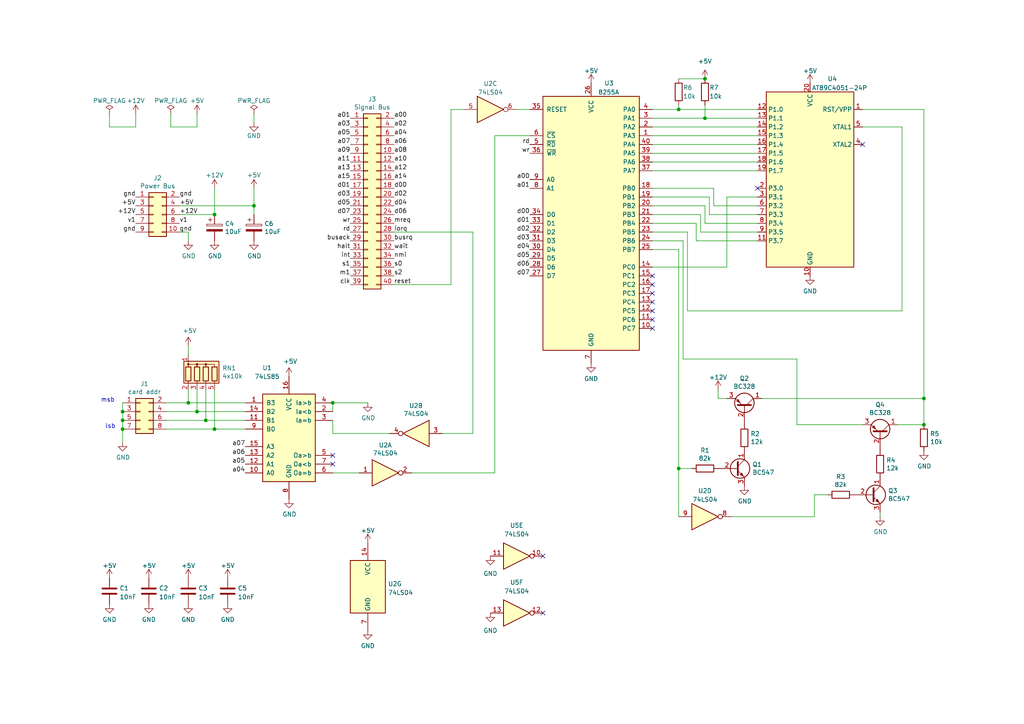
<source format=kicad_sch>
(kicad_sch (version 20211123) (generator eeschema)
  (paper "A4")
  (title_block (comment 1 "Programmer for AT89Cx051 (1051, 2051, 4051)"))
  (lib_symbols
    (symbol "74xx:74LS04"
      (property "Reference" "U" (at 0 1.27 0))
      (property "Value" "74LS04" (at 0 -1.27 0))
      (symbol "74LS04_1_0"
        (polyline (pts (xy -3.81 3.81) (xy -3.81 -3.81) (xy 3.81 0) (xy -3.81 3.81)) (stroke (width 0.254)) (fill (type background)))
        (pin input line (at -7.62 0 0) (length 3.81) (name "~") (number "1"))
        (pin output inverted (at 7.62 0 180) (length 3.81) (name "~") (number "2"))
      )
      (symbol "74LS04_2_0"
        (polyline (pts (xy -3.81 3.81) (xy -3.81 -3.81) (xy 3.81 0) (xy -3.81 3.81)) (stroke (width 0.254)) (fill (type background)))
        (pin input line (at -7.62 0 0) (length 3.81) (name "~") (number "3"))
        (pin output inverted (at 7.62 0 180) (length 3.81) (name "~") (number "4"))
      )
      (symbol "74LS04_3_0"
        (polyline (pts (xy -3.81 3.81) (xy -3.81 -3.81) (xy 3.81 0) (xy -3.81 3.81)) (stroke (width 0.254)) (fill (type background)))
        (pin input line (at -7.62 0 0) (length 3.81) (name "~") (number "5"))
        (pin output inverted (at 7.62 0 180) (length 3.81) (name "~") (number "6"))
      )
      (symbol "74LS04_4_0"
        (polyline (pts (xy -3.81 3.81) (xy -3.81 -3.81) (xy 3.81 0) (xy -3.81 3.81)) (stroke (width 0.254)) (fill (type background)))
        (pin output inverted (at 7.62 0 180) (length 3.81) (name "~") (number "8"))
        (pin input line (at -7.62 0 0) (length 3.81) (name "~") (number "9"))
      )
      (symbol "74LS04_5_0"
        (polyline (pts (xy -3.81 3.81) (xy -3.81 -3.81) (xy 3.81 0) (xy -3.81 3.81)) (stroke (width 0.254)) (fill (type background)))
        (pin output inverted (at 7.62 0 180) (length 3.81) (name "~") (number "10"))
        (pin input line (at -7.62 0 0) (length 3.81) (name "~") (number "11"))
      )
      (symbol "74LS04_6_0"
        (polyline (pts (xy -3.81 3.81) (xy -3.81 -3.81) (xy 3.81 0) (xy -3.81 3.81)) (stroke (width 0.254)) (fill (type background)))
        (pin output inverted (at 7.62 0 180) (length 3.81) (name "~") (number "12"))
        (pin input line (at -7.62 0 0) (length 3.81) (name "~") (number "13"))
      )
      (symbol "74LS04_7_0"
        (pin power_in line (at 0 12.7 270) (length 5.08) (name "VCC") (number "14"))
        (pin power_in line (at 0 -12.7 90) (length 5.08) (name "GND") (number "7"))
      )
      (symbol "74LS04_7_1"
        (rectangle (start -5.08 7.62) (end 5.08 -7.62) (stroke (width 0.254)) (fill (type background)))
      )
    )
    (symbol "74xx:74LS85" (pin_names (offset 1.016))
      (property "Reference" "U" (at -7.62 13.97 0))
      (property "Value" "74LS85" (at -7.62 -13.97 0))
      (symbol "74LS85_1_0"
        (pin input line (at -12.7 10.16 0) (length 5.08) (name "B3") (number "1"))
        (pin input line (at -12.7 -10.16 0) (length 5.08) (name "A0") (number "10"))
        (pin input line (at -12.7 5.08 0) (length 5.08) (name "B1") (number "11"))
        (pin input line (at -12.7 -7.62 0) (length 5.08) (name "A1") (number "12"))
        (pin input line (at -12.7 -5.08 0) (length 5.08) (name "A2") (number "13"))
        (pin input line (at -12.7 7.62 0) (length 5.08) (name "B2") (number "14"))
        (pin input line (at -12.7 -2.54 0) (length 5.08) (name "A3") (number "15"))
        (pin power_in line (at 0 17.78 270) (length 5.08) (name "VCC") (number "16"))
        (pin input line (at 12.7 7.62 180) (length 5.08) (name "Ia<b") (number "2"))
        (pin input line (at 12.7 5.08 180) (length 5.08) (name "Ia=b") (number "3"))
        (pin input line (at 12.7 10.16 180) (length 5.08) (name "Ia>b") (number "4"))
        (pin output line (at 12.7 -5.08 180) (length 5.08) (name "Oa>b") (number "5"))
        (pin output line (at 12.7 -10.16 180) (length 5.08) (name "Oa=b") (number "6"))
        (pin output line (at 12.7 -7.62 180) (length 5.08) (name "Oa<b") (number "7"))
        (pin power_in line (at 0 -17.78 90) (length 5.08) (name "GND") (number "8"))
        (pin input line (at -12.7 2.54 0) (length 5.08) (name "B0") (number "9"))
      )
      (symbol "74LS85_1_1"
        (rectangle (start -7.62 12.7) (end 7.62 -12.7) (stroke (width 0.254)) (fill (type background)))
      )
    )
    (symbol "Connector_Generic:Conn_02x04_Odd_Even" (pin_names (offset 1.016) hide)
      (property "Reference" "J" (at 1.27 5.08 0))
      (property "Value" "Conn_02x04_Odd_Even" (at 1.27 -7.62 0))
      (symbol "Conn_02x04_Odd_Even_1_1"
        (rectangle (start -1.27 -4.953) (end 0 -5.207) (stroke (width 0.1524)))
        (rectangle (start -1.27 -2.413) (end 0 -2.667) (stroke (width 0.1524)))
        (rectangle (start -1.27 0.127) (end 0 -0.127) (stroke (width 0.1524)))
        (rectangle (start -1.27 2.667) (end 0 2.413) (stroke (width 0.1524)))
        (rectangle (start -1.27 3.81) (end 3.81 -6.35) (stroke (width 0.254)) (fill (type background)))
        (rectangle (start 3.81 -4.953) (end 2.54 -5.207) (stroke (width 0.1524)))
        (rectangle (start 3.81 -2.413) (end 2.54 -2.667) (stroke (width 0.1524)))
        (rectangle (start 3.81 0.127) (end 2.54 -0.127) (stroke (width 0.1524)))
        (rectangle (start 3.81 2.667) (end 2.54 2.413) (stroke (width 0.1524)))
        (pin passive line (at -5.08 2.54 0) (length 3.81) (name "Pin_1") (number "1"))
        (pin passive line (at 7.62 2.54 180) (length 3.81) (name "Pin_2") (number "2"))
        (pin passive line (at -5.08 0 0) (length 3.81) (name "Pin_3") (number "3"))
        (pin passive line (at 7.62 0 180) (length 3.81) (name "Pin_4") (number "4"))
        (pin passive line (at -5.08 -2.54 0) (length 3.81) (name "Pin_5") (number "5"))
        (pin passive line (at 7.62 -2.54 180) (length 3.81) (name "Pin_6") (number "6"))
        (pin passive line (at -5.08 -5.08 0) (length 3.81) (name "Pin_7") (number "7"))
        (pin passive line (at 7.62 -5.08 180) (length 3.81) (name "Pin_8") (number "8"))
      )
    )
    (symbol "Connector_Generic:Conn_02x05_Odd_Even" (pin_names (offset 1.016) hide)
      (property "Reference" "J" (at 1.27 7.62 0))
      (property "Value" "Conn_02x05_Odd_Even" (at 1.27 -7.62 0))
      (symbol "Conn_02x05_Odd_Even_1_1"
        (rectangle (start -1.27 -4.953) (end 0 -5.207) (stroke (width 0.1524)))
        (rectangle (start -1.27 -2.413) (end 0 -2.667) (stroke (width 0.1524)))
        (rectangle (start -1.27 0.127) (end 0 -0.127) (stroke (width 0.1524)))
        (rectangle (start -1.27 2.667) (end 0 2.413) (stroke (width 0.1524)))
        (rectangle (start -1.27 5.207) (end 0 4.953) (stroke (width 0.1524)))
        (rectangle (start -1.27 6.35) (end 3.81 -6.35) (stroke (width 0.254)) (fill (type background)))
        (rectangle (start 3.81 -4.953) (end 2.54 -5.207) (stroke (width 0.1524)))
        (rectangle (start 3.81 -2.413) (end 2.54 -2.667) (stroke (width 0.1524)))
        (rectangle (start 3.81 0.127) (end 2.54 -0.127) (stroke (width 0.1524)))
        (rectangle (start 3.81 2.667) (end 2.54 2.413) (stroke (width 0.1524)))
        (rectangle (start 3.81 5.207) (end 2.54 4.953) (stroke (width 0.1524)))
        (pin passive line (at -5.08 5.08 0) (length 3.81) (name "Pin_1") (number "1"))
        (pin passive line (at 7.62 -5.08 180) (length 3.81) (name "Pin_10") (number "10"))
        (pin passive line (at 7.62 5.08 180) (length 3.81) (name "Pin_2") (number "2"))
        (pin passive line (at -5.08 2.54 0) (length 3.81) (name "Pin_3") (number "3"))
        (pin passive line (at 7.62 2.54 180) (length 3.81) (name "Pin_4") (number "4"))
        (pin passive line (at -5.08 0 0) (length 3.81) (name "Pin_5") (number "5"))
        (pin passive line (at 7.62 0 180) (length 3.81) (name "Pin_6") (number "6"))
        (pin passive line (at -5.08 -2.54 0) (length 3.81) (name "Pin_7") (number "7"))
        (pin passive line (at 7.62 -2.54 180) (length 3.81) (name "Pin_8") (number "8"))
        (pin passive line (at -5.08 -5.08 0) (length 3.81) (name "Pin_9") (number "9"))
      )
    )
    (symbol "Connector_Generic:Conn_02x20_Odd_Even" (pin_names (offset 1.016) hide)
      (property "Reference" "J" (at 1.27 25.4 0))
      (property "Value" "Conn_02x20_Odd_Even" (at 1.27 -27.94 0))
      (symbol "Conn_02x20_Odd_Even_1_1"
        (rectangle (start -1.27 -25.273) (end 0 -25.527) (stroke (width 0.1524)))
        (rectangle (start -1.27 -22.733) (end 0 -22.987) (stroke (width 0.1524)))
        (rectangle (start -1.27 -20.193) (end 0 -20.447) (stroke (width 0.1524)))
        (rectangle (start -1.27 -17.653) (end 0 -17.907) (stroke (width 0.1524)))
        (rectangle (start -1.27 -15.113) (end 0 -15.367) (stroke (width 0.1524)))
        (rectangle (start -1.27 -12.573) (end 0 -12.827) (stroke (width 0.1524)))
        (rectangle (start -1.27 -10.033) (end 0 -10.287) (stroke (width 0.1524)))
        (rectangle (start -1.27 -7.493) (end 0 -7.747) (stroke (width 0.1524)))
        (rectangle (start -1.27 -4.953) (end 0 -5.207) (stroke (width 0.1524)))
        (rectangle (start -1.27 -2.413) (end 0 -2.667) (stroke (width 0.1524)))
        (rectangle (start -1.27 0.127) (end 0 -0.127) (stroke (width 0.1524)))
        (rectangle (start -1.27 2.667) (end 0 2.413) (stroke (width 0.1524)))
        (rectangle (start -1.27 5.207) (end 0 4.953) (stroke (width 0.1524)))
        (rectangle (start -1.27 7.747) (end 0 7.493) (stroke (width 0.1524)))
        (rectangle (start -1.27 10.287) (end 0 10.033) (stroke (width 0.1524)))
        (rectangle (start -1.27 12.827) (end 0 12.573) (stroke (width 0.1524)))
        (rectangle (start -1.27 15.367) (end 0 15.113) (stroke (width 0.1524)))
        (rectangle (start -1.27 17.907) (end 0 17.653) (stroke (width 0.1524)))
        (rectangle (start -1.27 20.447) (end 0 20.193) (stroke (width 0.1524)))
        (rectangle (start -1.27 22.987) (end 0 22.733) (stroke (width 0.1524)))
        (rectangle (start -1.27 24.13) (end 3.81 -26.67) (stroke (width 0.254)) (fill (type background)))
        (rectangle (start 3.81 -25.273) (end 2.54 -25.527) (stroke (width 0.1524)))
        (rectangle (start 3.81 -22.733) (end 2.54 -22.987) (stroke (width 0.1524)))
        (rectangle (start 3.81 -20.193) (end 2.54 -20.447) (stroke (width 0.1524)))
        (rectangle (start 3.81 -17.653) (end 2.54 -17.907) (stroke (width 0.1524)))
        (rectangle (start 3.81 -15.113) (end 2.54 -15.367) (stroke (width 0.1524)))
        (rectangle (start 3.81 -12.573) (end 2.54 -12.827) (stroke (width 0.1524)))
        (rectangle (start 3.81 -10.033) (end 2.54 -10.287) (stroke (width 0.1524)))
        (rectangle (start 3.81 -7.493) (end 2.54 -7.747) (stroke (width 0.1524)))
        (rectangle (start 3.81 -4.953) (end 2.54 -5.207) (stroke (width 0.1524)))
        (rectangle (start 3.81 -2.413) (end 2.54 -2.667) (stroke (width 0.1524)))
        (rectangle (start 3.81 0.127) (end 2.54 -0.127) (stroke (width 0.1524)))
        (rectangle (start 3.81 2.667) (end 2.54 2.413) (stroke (width 0.1524)))
        (rectangle (start 3.81 5.207) (end 2.54 4.953) (stroke (width 0.1524)))
        (rectangle (start 3.81 7.747) (end 2.54 7.493) (stroke (width 0.1524)))
        (rectangle (start 3.81 10.287) (end 2.54 10.033) (stroke (width 0.1524)))
        (rectangle (start 3.81 12.827) (end 2.54 12.573) (stroke (width 0.1524)))
        (rectangle (start 3.81 15.367) (end 2.54 15.113) (stroke (width 0.1524)))
        (rectangle (start 3.81 17.907) (end 2.54 17.653) (stroke (width 0.1524)))
        (rectangle (start 3.81 20.447) (end 2.54 20.193) (stroke (width 0.1524)))
        (rectangle (start 3.81 22.987) (end 2.54 22.733) (stroke (width 0.1524)))
        (pin passive line (at -5.08 22.86 0) (length 3.81) (name "Pin_1") (number "1"))
        (pin passive line (at 7.62 12.7 180) (length 3.81) (name "Pin_10") (number "10"))
        (pin passive line (at -5.08 10.16 0) (length 3.81) (name "Pin_11") (number "11"))
        (pin passive line (at 7.62 10.16 180) (length 3.81) (name "Pin_12") (number "12"))
        (pin passive line (at -5.08 7.62 0) (length 3.81) (name "Pin_13") (number "13"))
        (pin passive line (at 7.62 7.62 180) (length 3.81) (name "Pin_14") (number "14"))
        (pin passive line (at -5.08 5.08 0) (length 3.81) (name "Pin_15") (number "15"))
        (pin passive line (at 7.62 5.08 180) (length 3.81) (name "Pin_16") (number "16"))
        (pin passive line (at -5.08 2.54 0) (length 3.81) (name "Pin_17") (number "17"))
        (pin passive line (at 7.62 2.54 180) (length 3.81) (name "Pin_18") (number "18"))
        (pin passive line (at -5.08 0 0) (length 3.81) (name "Pin_19") (number "19"))
        (pin passive line (at 7.62 22.86 180) (length 3.81) (name "Pin_2") (number "2"))
        (pin passive line (at 7.62 0 180) (length 3.81) (name "Pin_20") (number "20"))
        (pin passive line (at -5.08 -2.54 0) (length 3.81) (name "Pin_21") (number "21"))
        (pin passive line (at 7.62 -2.54 180) (length 3.81) (name "Pin_22") (number "22"))
        (pin passive line (at -5.08 -5.08 0) (length 3.81) (name "Pin_23") (number "23"))
        (pin passive line (at 7.62 -5.08 180) (length 3.81) (name "Pin_24") (number "24"))
        (pin passive line (at -5.08 -7.62 0) (length 3.81) (name "Pin_25") (number "25"))
        (pin passive line (at 7.62 -7.62 180) (length 3.81) (name "Pin_26") (number "26"))
        (pin passive line (at -5.08 -10.16 0) (length 3.81) (name "Pin_27") (number "27"))
        (pin passive line (at 7.62 -10.16 180) (length 3.81) (name "Pin_28") (number "28"))
        (pin passive line (at -5.08 -12.7 0) (length 3.81) (name "Pin_29") (number "29"))
        (pin passive line (at -5.08 20.32 0) (length 3.81) (name "Pin_3") (number "3"))
        (pin passive line (at 7.62 -12.7 180) (length 3.81) (name "Pin_30") (number "30"))
        (pin passive line (at -5.08 -15.24 0) (length 3.81) (name "Pin_31") (number "31"))
        (pin passive line (at 7.62 -15.24 180) (length 3.81) (name "Pin_32") (number "32"))
        (pin passive line (at -5.08 -17.78 0) (length 3.81) (name "Pin_33") (number "33"))
        (pin passive line (at 7.62 -17.78 180) (length 3.81) (name "Pin_34") (number "34"))
        (pin passive line (at -5.08 -20.32 0) (length 3.81) (name "Pin_35") (number "35"))
        (pin passive line (at 7.62 -20.32 180) (length 3.81) (name "Pin_36") (number "36"))
        (pin passive line (at -5.08 -22.86 0) (length 3.81) (name "Pin_37") (number "37"))
        (pin passive line (at 7.62 -22.86 180) (length 3.81) (name "Pin_38") (number "38"))
        (pin passive line (at -5.08 -25.4 0) (length 3.81) (name "Pin_39") (number "39"))
        (pin passive line (at 7.62 20.32 180) (length 3.81) (name "Pin_4") (number "4"))
        (pin passive line (at 7.62 -25.4 180) (length 3.81) (name "Pin_40") (number "40"))
        (pin passive line (at -5.08 17.78 0) (length 3.81) (name "Pin_5") (number "5"))
        (pin passive line (at 7.62 17.78 180) (length 3.81) (name "Pin_6") (number "6"))
        (pin passive line (at -5.08 15.24 0) (length 3.81) (name "Pin_7") (number "7"))
        (pin passive line (at 7.62 15.24 180) (length 3.81) (name "Pin_8") (number "8"))
        (pin passive line (at -5.08 12.7 0) (length 3.81) (name "Pin_9") (number "9"))
      )
    )
    (symbol "Device:C" (pin_numbers hide) (pin_names (offset 0.254))
      (property "Reference" "C" (at 0.635 2.54 0))
      (property "Value" "C" (at 0.635 -2.54 0))
      (symbol "C_0_1"
        (polyline (pts (xy -2.032 -0.762) (xy 2.032 -0.762)) (stroke (width 0.508)))
        (polyline (pts (xy -2.032 0.762) (xy 2.032 0.762)) (stroke (width 0.508)))
      )
      (symbol "C_1_1"
        (pin passive line (at 0 3.81 270) (length 2.794) (name "~") (number "1"))
        (pin passive line (at 0 -3.81 90) (length 2.794) (name "~") (number "2"))
      )
    )
    (symbol "Device:CP" (pin_numbers hide) (pin_names (offset 0.254))
      (property "Reference" "C" (at 0.635 2.54 0))
      (property "Value" "Device_CP" (at 0.635 -2.54 0))
      (symbol "CP_0_1"
        (rectangle (start -2.286 0.508) (end 2.286 1.016))
        (polyline (pts (xy -1.778 2.286) (xy -0.762 2.286)))
        (polyline (pts (xy -1.27 2.794) (xy -1.27 1.778)))
        (rectangle (start 2.286 -0.508) (end -2.286 -1.016) (fill (type outline)))
      )
      (symbol "CP_1_1"
        (pin passive line (at 0 3.81 270) (length 2.794) (name "~") (number "1"))
        (pin passive line (at 0 -3.81 90) (length 2.794) (name "~") (number "2"))
      )
    )
    (symbol "Device:R" (pin_numbers hide) (pin_names (offset 0))
      (property "Reference" "R" (at 2.032 0 90))
      (property "Value" "R" (at 0 0 90))
      (symbol "R_0_1"
        (rectangle (start -1.016 -2.54) (end 1.016 2.54) (stroke (width 0.254)))
      )
      (symbol "R_1_1"
        (pin passive line (at 0 3.81 270) (length 1.27) (name "~") (number "1"))
        (pin passive line (at 0 -3.81 90) (length 1.27) (name "~") (number "2"))
      )
    )
    (symbol "Device:R_Network04" (pin_names (offset 0) hide)
      (property "Reference" "RN" (at -7.62 0 90))
      (property "Value" "R_Network04" (at 5.08 0 90))
      (symbol "R_Network04_0_1"
        (rectangle (start -6.35 -3.175) (end 3.81 3.175) (stroke (width 0.254)) (fill (type background)))
        (rectangle (start -5.842 1.524) (end -4.318 -2.54) (stroke (width 0.254)))
        (circle (center -5.08 2.286) (radius 0.254) (fill (type outline)))
        (rectangle (start -3.302 1.524) (end -1.778 -2.54) (stroke (width 0.254)))
        (circle (center -2.54 2.286) (radius 0.254) (fill (type outline)))
        (rectangle (start -0.762 1.524) (end 0.762 -2.54) (stroke (width 0.254)))
        (polyline (pts (xy -5.08 -2.54) (xy -5.08 -3.81)))
        (polyline (pts (xy -2.54 -2.54) (xy -2.54 -3.81)))
        (polyline (pts (xy 0 -2.54) (xy 0 -3.81)))
        (polyline (pts (xy 2.54 -2.54) (xy 2.54 -3.81)))
        (polyline (pts (xy -5.08 1.524) (xy -5.08 2.286) (xy -2.54 2.286) (xy -2.54 1.524)))
        (polyline (pts (xy -2.54 1.524) (xy -2.54 2.286) (xy 0 2.286) (xy 0 1.524)))
        (polyline (pts (xy 0 1.524) (xy 0 2.286) (xy 2.54 2.286) (xy 2.54 1.524)))
        (circle (center 0 2.286) (radius 0.254) (fill (type outline)))
        (rectangle (start 1.778 1.524) (end 3.302 -2.54) (stroke (width 0.254)))
      )
      (symbol "R_Network04_1_1"
        (pin passive line (at -5.08 5.08 270) (length 2.54) (name "common") (number "1"))
        (pin passive line (at -5.08 -5.08 90) (length 1.27) (name "R1") (number "2"))
        (pin passive line (at -2.54 -5.08 90) (length 1.27) (name "R2") (number "3"))
        (pin passive line (at 0 -5.08 90) (length 1.27) (name "R3") (number "4"))
        (pin passive line (at 2.54 -5.08 90) (length 1.27) (name "R4") (number "5"))
      )
    )
    (symbol "Interface:8255A" (pin_names (offset 1.016))
      (property "Reference" "U" (at -13.97 38.1 0))
      (property "Value" "8255A" (at 8.89 38.1 0))
      (symbol "8255A_1_1"
        (rectangle (start -13.97 -36.83) (end 13.97 36.83) (stroke (width 0.254)) (fill (type background)))
        (pin bidirectional line (at 17.78 25.4 180) (length 3.81) (name "PA3") (number "1"))
        (pin bidirectional line (at 17.78 -30.48 180) (length 3.81) (name "PC7") (number "10"))
        (pin bidirectional line (at 17.78 -27.94 180) (length 3.81) (name "PC6") (number "11"))
        (pin bidirectional line (at 17.78 -25.4 180) (length 3.81) (name "PC5") (number "12"))
        (pin bidirectional line (at 17.78 -22.86 180) (length 3.81) (name "PC4") (number "13"))
        (pin bidirectional line (at 17.78 -12.7 180) (length 3.81) (name "PC0") (number "14"))
        (pin bidirectional line (at 17.78 -15.24 180) (length 3.81) (name "PC1") (number "15"))
        (pin bidirectional line (at 17.78 -17.78 180) (length 3.81) (name "PC2") (number "16"))
        (pin bidirectional line (at 17.78 -20.32 180) (length 3.81) (name "PC3") (number "17"))
        (pin bidirectional line (at 17.78 10.16 180) (length 3.81) (name "PB0") (number "18"))
        (pin bidirectional line (at 17.78 7.62 180) (length 3.81) (name "PB1") (number "19"))
        (pin bidirectional line (at 17.78 27.94 180) (length 3.81) (name "PA2") (number "2"))
        (pin bidirectional line (at 17.78 5.08 180) (length 3.81) (name "PB2") (number "20"))
        (pin bidirectional line (at 17.78 2.54 180) (length 3.81) (name "PB3") (number "21"))
        (pin bidirectional line (at 17.78 0 180) (length 3.81) (name "PB4") (number "22"))
        (pin bidirectional line (at 17.78 -2.54 180) (length 3.81) (name "PB5") (number "23"))
        (pin bidirectional line (at 17.78 -5.08 180) (length 3.81) (name "PB6") (number "24"))
        (pin bidirectional line (at 17.78 -7.62 180) (length 3.81) (name "PB7") (number "25"))
        (pin power_in line (at 0 40.64 270) (length 3.81) (name "VCC") (number "26"))
        (pin bidirectional line (at -17.78 -15.24 0) (length 3.81) (name "D7") (number "27"))
        (pin bidirectional line (at -17.78 -12.7 0) (length 3.81) (name "D6") (number "28"))
        (pin bidirectional line (at -17.78 -10.16 0) (length 3.81) (name "D5") (number "29"))
        (pin bidirectional line (at 17.78 30.48 180) (length 3.81) (name "PA1") (number "3"))
        (pin bidirectional line (at -17.78 -7.62 0) (length 3.81) (name "D4") (number "30"))
        (pin bidirectional line (at -17.78 -5.08 0) (length 3.81) (name "D3") (number "31"))
        (pin bidirectional line (at -17.78 -2.54 0) (length 3.81) (name "D2") (number "32"))
        (pin bidirectional line (at -17.78 0 0) (length 3.81) (name "D1") (number "33"))
        (pin bidirectional line (at -17.78 2.54 0) (length 3.81) (name "D0") (number "34"))
        (pin input line (at -17.78 33.02 0) (length 3.81) (name "RESET") (number "35"))
        (pin input line (at -17.78 20.32 0) (length 3.81) (name "~{WR}") (number "36"))
        (pin bidirectional line (at 17.78 15.24 180) (length 3.81) (name "PA7") (number "37"))
        (pin bidirectional line (at 17.78 17.78 180) (length 3.81) (name "PA6") (number "38"))
        (pin bidirectional line (at 17.78 20.32 180) (length 3.81) (name "PA5") (number "39"))
        (pin bidirectional line (at 17.78 33.02 180) (length 3.81) (name "PA0") (number "4"))
        (pin bidirectional line (at 17.78 22.86 180) (length 3.81) (name "PA4") (number "40"))
        (pin input line (at -17.78 22.86 0) (length 3.81) (name "~{RD}") (number "5"))
        (pin input line (at -17.78 25.4 0) (length 3.81) (name "~{CS}") (number "6"))
        (pin power_in line (at 0 -40.64 90) (length 3.81) (name "GND") (number "7"))
        (pin input line (at -17.78 10.16 0) (length 3.81) (name "A1") (number "8"))
        (pin input line (at -17.78 12.7 0) (length 3.81) (name "A0") (number "9"))
      )
    )
    (symbol "MCU_Microchip_8051:AT89C4051-24P"
      (property "Reference" "U" (at -12.7 26.67 0))
      (property "Value" "AT89C4051-24P" (at 2.54 -26.67 0))
      (symbol "AT89C4051-24P_0_1"
        (rectangle (start -12.7 -25.4) (end 12.7 25.4) (stroke (width 0.254)) (fill (type background)))
      )
      (symbol "AT89C4051-24P_1_1"
        (pin input line (at -15.24 20.32 0) (length 2.54) (name "RST/VPP") (number "1"))
        (pin power_in line (at 0 -27.94 90) (length 2.54) (name "GND") (number "10"))
        (pin bidirectional line (at 15.24 -17.78 180) (length 2.54) (name "P3.7") (number "11"))
        (pin bidirectional line (at 15.24 20.32 180) (length 2.54) (name "P1.0") (number "12"))
        (pin bidirectional line (at 15.24 17.78 180) (length 2.54) (name "P1.1") (number "13"))
        (pin bidirectional line (at 15.24 15.24 180) (length 2.54) (name "P1.2") (number "14"))
        (pin bidirectional line (at 15.24 12.7 180) (length 2.54) (name "P1.3") (number "15"))
        (pin bidirectional line (at 15.24 10.16 180) (length 2.54) (name "P1.4") (number "16"))
        (pin bidirectional line (at 15.24 7.62 180) (length 2.54) (name "P1.5") (number "17"))
        (pin bidirectional line (at 15.24 5.08 180) (length 2.54) (name "P1.6") (number "18"))
        (pin bidirectional line (at 15.24 2.54 180) (length 2.54) (name "P1.7") (number "19"))
        (pin bidirectional line (at 15.24 -2.54 180) (length 2.54) (name "P3.0") (number "2"))
        (pin power_in line (at 0 27.94 270) (length 2.54) (name "VCC") (number "20"))
        (pin bidirectional line (at 15.24 -5.08 180) (length 2.54) (name "P3.1") (number "3"))
        (pin output line (at -15.24 10.16 0) (length 2.54) (name "XTAL2") (number "4"))
        (pin input line (at -15.24 15.24 0) (length 2.54) (name "XTAL1") (number "5"))
        (pin bidirectional line (at 15.24 -7.62 180) (length 2.54) (name "P3.2") (number "6"))
        (pin bidirectional line (at 15.24 -10.16 180) (length 2.54) (name "P3.3") (number "7"))
        (pin bidirectional line (at 15.24 -12.7 180) (length 2.54) (name "P3.4") (number "8"))
        (pin bidirectional line (at 15.24 -15.24 180) (length 2.54) (name "P3.5") (number "9"))
      )
    )
    (symbol "Transistor_BJT:BC328" (pin_names (offset 0) hide)
      (property "Reference" "Q" (at 5.08 1.905 0))
      (property "Value" "BC328" (at 5.08 0 0))
      (symbol "BC328_0_1"
        (polyline (pts (xy 0.635 0.635) (xy 2.54 2.54)))
        (polyline (pts (xy 0.635 -0.635) (xy 2.54 -2.54) (xy 2.54 -2.54)))
        (polyline (pts (xy 0.635 1.905) (xy 0.635 -1.905) (xy 0.635 -1.905)) (stroke (width 0.508)))
        (polyline (pts (xy 2.286 -1.778) (xy 1.778 -2.286) (xy 1.27 -1.27) (xy 2.286 -1.778) (xy 2.286 -1.778)) (fill (type outline)))
        (circle (center 1.27 0) (radius 2.8194) (stroke (width 0.254)))
      )
      (symbol "BC328_1_1"
        (pin passive line (at 2.54 5.08 270) (length 2.54) (name "C") (number "1"))
        (pin input line (at -5.08 0 0) (length 5.715) (name "B") (number "2"))
        (pin passive line (at 2.54 -5.08 90) (length 2.54) (name "E") (number "3"))
      )
    )
    (symbol "Transistor_BJT:BC547" (pin_names (offset 0) hide)
      (property "Reference" "Q" (at 5.08 1.905 0))
      (property "Value" "BC547" (at 5.08 0 0))
      (symbol "BC547_0_1"
        (polyline (pts (xy 0 0) (xy 0.635 0)))
        (polyline (pts (xy 0.635 0.635) (xy 2.54 2.54)))
        (polyline (pts (xy 0.635 -0.635) (xy 2.54 -2.54) (xy 2.54 -2.54)))
        (polyline (pts (xy 0.635 1.905) (xy 0.635 -1.905) (xy 0.635 -1.905)) (stroke (width 0.508)))
        (polyline (pts (xy 1.27 -1.778) (xy 1.778 -1.27) (xy 2.286 -2.286) (xy 1.27 -1.778) (xy 1.27 -1.778)) (fill (type outline)))
        (circle (center 1.27 0) (radius 2.8194) (stroke (width 0.254)))
      )
      (symbol "BC547_1_1"
        (pin passive line (at 2.54 5.08 270) (length 2.54) (name "C") (number "1"))
        (pin input line (at -5.08 0 0) (length 5.08) (name "B") (number "2"))
        (pin passive line (at 2.54 -5.08 90) (length 2.54) (name "E") (number "3"))
      )
    )
    (symbol "power:+12V" (power) (pin_names (offset 0))
      (property "Value" "+12V" (at 0 3.556 0))
      (symbol "+12V_0_1"
        (polyline (pts (xy -0.762 1.27) (xy 0 2.54)))
        (polyline (pts (xy 0 0) (xy 0 2.54)))
        (polyline (pts (xy 0 2.54) (xy 0.762 1.27)))
      )
      (symbol "+12V_1_1"
        (pin power_in line (at 0 0 90) (length 0) hide (name "+12V") (number "1"))
      )
    )
    (symbol "power:+5V" (power) (pin_names (offset 0))
      (property "Value" "+5V" (at 0 3.556 0))
      (symbol "+5V_0_1"
        (polyline (pts (xy -0.762 1.27) (xy 0 2.54)))
        (polyline (pts (xy 0 0) (xy 0 2.54)))
        (polyline (pts (xy 0 2.54) (xy 0.762 1.27)))
      )
      (symbol "+5V_1_1"
        (pin power_in line (at 0 0 90) (length 0) hide (name "+5V") (number "1"))
      )
    )
    (symbol "power:GND" (power) (pin_names (offset 0))
      (property "Value" "GND" (at 0 -3.81 0))
      (symbol "GND_0_1"
        (polyline (pts (xy 0 0) (xy 0 -1.27) (xy 1.27 -1.27) (xy 0 -2.54) (xy -1.27 -1.27) (xy 0 -1.27)))
      )
      (symbol "GND_1_1"
        (pin power_in line (at 0 0 270) (length 0) hide (name "GND") (number "1"))
      )
    )
    (symbol "power:PWR_FLAG" (power) (pin_numbers hide) (pin_names (offset 0) hide)
      (property "Value" "PWR_FLAG" (at 0 3.81 0))
      (symbol "PWR_FLAG_0_0"
        (pin power_out line (at 0 0 90) (length 0) (name "pwr") (number "1"))
      )
      (symbol "PWR_FLAG_0_1"
        (polyline (pts (xy 0 0) (xy 0 1.27) (xy -1.016 1.905) (xy 0 2.54) (xy 1.016 1.905) (xy 0 1.27)))
      )
    )
  )
  (junction (at 62.23 62.23))
  (junction (at 35.56 124.46))
  (junction (at 35.56 121.92))
  (junction (at 62.23 124.46))
  (junction (at 196.85 135.89))
  (junction (at 54.61 116.84))
  (junction (at 196.85 31.75))
  (junction (at 35.56 119.38))
  (junction (at 96.52 116.84))
  (junction (at 204.47 22.86))
  (junction (at 57.15 119.38))
  (junction (at 204.47 34.29))
  (junction (at 267.97 115.57))
  (junction (at 73.66 59.69))
  (junction (at 59.69 121.92))
  (junction (at 267.97 123.19))
  (no_connect (at 157.48 161.29))
  (no_connect (at 157.48 177.8))
  (no_connect (at 250.19 41.91))
  (no_connect (at 219.71 54.61))
  (no_connect (at 96.52 134.62))
  (no_connect (at 96.52 132.08))
  (no_connect (at 189.23 80.01))
  (no_connect (at 189.23 82.55))
  (no_connect (at 189.23 95.25))
  (no_connect (at 189.23 85.09))
  (no_connect (at 189.23 87.63))
  (no_connect (at 189.23 90.17))
  (no_connect (at 189.23 92.71))
  (wire (pts (xy 189.23 44.45) (xy 219.71 44.45)))
  (wire (pts (xy 57.15 119.38) (xy 71.12 119.38)))
  (wire (pts (xy 198.12 104.14) (xy 231.14 104.14)))
  (wire (pts (xy 149.86 31.75) (xy 153.67 31.75)))
  (wire (pts (xy 205.74 62.23) (xy 219.71 62.23)))
  (wire (pts (xy 35.56 128.27) (xy 35.56 124.46)))
  (wire (pts (xy 59.69 113.03) (xy 59.69 121.92)))
  (wire (pts (xy 106.68 116.84) (xy 96.52 116.84)))
  (wire (pts (xy 203.2 67.31) (xy 219.71 67.31)))
  (wire (pts (xy 153.67 39.37) (xy 143.51 39.37)))
  (wire (pts (xy 267.97 31.75) (xy 267.97 115.57)))
  (wire (pts (xy 189.23 59.69) (xy 204.47 59.69)))
  (wire (pts (xy 113.03 125.73) (xy 96.52 125.73)))
  (wire (pts (xy 250.19 36.83) (xy 261.62 36.83)))
  (wire (pts (xy 189.23 72.39) (xy 196.85 72.39)))
  (wire (pts (xy 196.85 135.89) (xy 196.85 149.86)))
  (wire (pts (xy 35.56 121.92) (xy 35.56 124.46)))
  (wire (pts (xy 220.98 115.57) (xy 267.97 115.57)))
  (wire (pts (xy 39.37 36.83) (xy 39.37 33.02)))
  (wire (pts (xy 196.85 135.89) (xy 200.66 135.89)))
  (wire (pts (xy 201.93 69.85) (xy 219.71 69.85)))
  (wire (pts (xy 62.23 54.61) (xy 62.23 62.23)))
  (wire (pts (xy 204.47 34.29) (xy 219.71 34.29)))
  (wire (pts (xy 204.47 59.69) (xy 204.47 64.77)))
  (wire (pts (xy 49.53 33.02) (xy 49.53 36.83)))
  (wire (pts (xy 35.56 116.84) (xy 35.56 119.38)))
  (wire (pts (xy 114.3 67.31) (xy 137.16 67.31)))
  (wire (pts (xy 52.07 67.31) (xy 54.61 67.31)))
  (wire (pts (xy 62.23 124.46) (xy 71.12 124.46)))
  (wire (pts (xy 54.61 100.33) (xy 54.61 102.87)))
  (wire (pts (xy 199.39 67.31) (xy 199.39 90.17)))
  (wire (pts (xy 54.61 116.84) (xy 71.12 116.84)))
  (wire (pts (xy 205.74 57.15) (xy 205.74 62.23)))
  (wire (pts (xy 189.23 67.31) (xy 199.39 67.31)))
  (wire (pts (xy 130.81 82.55) (xy 114.3 82.55)))
  (wire (pts (xy 240.03 143.51) (xy 236.22 143.51)))
  (wire (pts (xy 189.23 46.99) (xy 219.71 46.99)))
  (wire (pts (xy 207.01 54.61) (xy 207.01 59.69)))
  (wire (pts (xy 189.23 54.61) (xy 207.01 54.61)))
  (wire (pts (xy 189.23 64.77) (xy 201.93 64.77)))
  (wire (pts (xy 208.28 115.57) (xy 210.82 115.57)))
  (wire (pts (xy 137.16 67.31) (xy 137.16 125.73)))
  (wire (pts (xy 199.39 90.17) (xy 261.62 90.17)))
  (wire (pts (xy 189.23 34.29) (xy 204.47 34.29)))
  (wire (pts (xy 96.52 116.84) (xy 96.52 119.38)))
  (wire (pts (xy 31.75 36.83) (xy 39.37 36.83)))
  (wire (pts (xy 49.53 36.83) (xy 57.15 36.83)))
  (wire (pts (xy 143.51 39.37) (xy 143.51 137.16)))
  (wire (pts (xy 189.23 36.83) (xy 219.71 36.83)))
  (wire (pts (xy 210.82 77.47) (xy 210.82 57.15)))
  (wire (pts (xy 189.23 62.23) (xy 203.2 62.23)))
  (wire (pts (xy 73.66 59.69) (xy 73.66 62.23)))
  (wire (pts (xy 128.27 125.73) (xy 137.16 125.73)))
  (wire (pts (xy 210.82 57.15) (xy 219.71 57.15)))
  (wire (pts (xy 196.85 22.86) (xy 204.47 22.86)))
  (wire (pts (xy 143.51 137.16) (xy 119.38 137.16)))
  (wire (pts (xy 57.15 36.83) (xy 57.15 33.02)))
  (wire (pts (xy 255.27 148.59) (xy 255.27 149.86)))
  (wire (pts (xy 189.23 77.47) (xy 210.82 77.47)))
  (wire (pts (xy 96.52 125.73) (xy 96.52 121.92)))
  (wire (pts (xy 204.47 30.48) (xy 204.47 34.29)))
  (wire (pts (xy 57.15 113.03) (xy 57.15 119.38)))
  (wire (pts (xy 196.85 30.48) (xy 196.85 31.75)))
  (wire (pts (xy 261.62 36.83) (xy 261.62 90.17)))
  (wire (pts (xy 201.93 64.77) (xy 201.93 69.85)))
  (wire (pts (xy 250.19 31.75) (xy 267.97 31.75)))
  (wire (pts (xy 212.09 149.86) (xy 236.22 149.86)))
  (wire (pts (xy 231.14 104.14) (xy 231.14 123.19)))
  (wire (pts (xy 73.66 54.61) (xy 73.66 59.69)))
  (wire (pts (xy 204.47 64.77) (xy 219.71 64.77)))
  (wire (pts (xy 198.12 69.85) (xy 198.12 104.14)))
  (wire (pts (xy 104.14 137.16) (xy 96.52 137.16)))
  (wire (pts (xy 48.26 119.38) (xy 57.15 119.38)))
  (wire (pts (xy 62.23 113.03) (xy 62.23 124.46)))
  (wire (pts (xy 73.66 33.02) (xy 73.66 35.56)))
  (wire (pts (xy 231.14 123.19) (xy 250.19 123.19)))
  (wire (pts (xy 267.97 123.19) (xy 260.35 123.19)))
  (wire (pts (xy 189.23 49.53) (xy 219.71 49.53)))
  (wire (pts (xy 207.01 59.69) (xy 219.71 59.69)))
  (wire (pts (xy 48.26 121.92) (xy 59.69 121.92)))
  (wire (pts (xy 189.23 57.15) (xy 205.74 57.15)))
  (wire (pts (xy 203.2 62.23) (xy 203.2 67.31)))
  (wire (pts (xy 54.61 113.03) (xy 54.61 116.84)))
  (wire (pts (xy 189.23 31.75) (xy 196.85 31.75)))
  (wire (pts (xy 31.75 33.02) (xy 31.75 36.83)))
  (wire (pts (xy 267.97 115.57) (xy 267.97 123.19)))
  (wire (pts (xy 52.07 62.23) (xy 62.23 62.23)))
  (wire (pts (xy 54.61 67.31) (xy 54.61 69.85)))
  (wire (pts (xy 59.69 121.92) (xy 71.12 121.92)))
  (wire (pts (xy 48.26 116.84) (xy 54.61 116.84)))
  (wire (pts (xy 208.28 113.03) (xy 208.28 115.57)))
  (wire (pts (xy 130.81 31.75) (xy 130.81 82.55)))
  (wire (pts (xy 189.23 69.85) (xy 198.12 69.85)))
  (wire (pts (xy 189.23 41.91) (xy 219.71 41.91)))
  (wire (pts (xy 196.85 135.89) (xy 196.85 72.39)))
  (wire (pts (xy 52.07 59.69) (xy 73.66 59.69)))
  (wire (pts (xy 196.85 31.75) (xy 219.71 31.75)))
  (wire (pts (xy 35.56 119.38) (xy 35.56 121.92)))
  (wire (pts (xy 236.22 149.86) (xy 236.22 143.51)))
  (wire (pts (xy 48.26 124.46) (xy 62.23 124.46)))
  (wire (pts (xy 189.23 39.37) (xy 219.71 39.37)))
  (wire (pts (xy 134.62 31.75) (xy 130.81 31.75)))
  (text "lsb" (at 30.48 124.46 0) (effects (font (size 1.27 1.27)) (justify left bottom)))
  (text "msb" (at 29.21 116.84 0) (effects (font (size 1.27 1.27)) (justify left bottom)))
  (label "a15" (at 101.6 52.07 180))
  (label "d04" (at 153.67 72.39 180))
  (label "d02" (at 114.3 57.15 0))
  (label "d01" (at 153.67 64.77 180))
  (label "a04" (at 114.3 39.37 0))
  (label "a05" (at 101.6 39.37 180))
  (label "wait" (at 114.3 72.39 0))
  (label "d03" (at 101.6 57.15 180))
  (label "a01" (at 153.67 54.61 180))
  (label "d04" (at 114.3 59.69 0))
  (label "nmi" (at 114.3 74.93 0))
  (label "busrq" (at 114.3 69.85 0))
  (label "mreq" (at 114.3 64.77 0))
  (label "a00" (at 153.67 52.07 180))
  (label "busack" (at 101.6 69.85 180))
  (label "a05" (at 71.12 134.62 180))
  (label "a13" (at 101.6 49.53 180))
  (label "halt" (at 101.6 72.39 180))
  (label "a04" (at 71.12 137.16 180))
  (label "a00" (at 114.3 34.29 0))
  (label "d07" (at 101.6 62.23 180))
  (label "wr" (at 153.67 44.45 180))
  (label "d03" (at 153.67 69.85 180))
  (label "gnd" (at 39.37 57.15 180))
  (label "v1" (at 39.37 64.77 180))
  (label "gnd" (at 39.37 67.31 180))
  (label "a14" (at 114.3 52.07 0))
  (label "d06" (at 114.3 62.23 0))
  (label "int" (at 101.6 74.93 180))
  (label "+12V" (at 52.07 62.23 0))
  (label "a06" (at 71.12 132.08 180))
  (label "d07" (at 153.67 80.01 180))
  (label "s2" (at 114.3 80.01 0))
  (label "a11" (at 101.6 46.99 180))
  (label "d06" (at 153.67 77.47 180))
  (label "iorq" (at 114.3 67.31 0))
  (label "d00" (at 114.3 54.61 0))
  (label "gnd" (at 52.07 67.31 0))
  (label "d01" (at 101.6 54.61 180))
  (label "d02" (at 153.67 67.31 180))
  (label "a02" (at 114.3 36.83 0))
  (label "d05" (at 101.6 59.69 180))
  (label "a07" (at 71.12 129.54 180))
  (label "d00" (at 153.67 62.23 180))
  (label "a10" (at 114.3 46.99 0))
  (label "+5V" (at 39.37 59.69 180))
  (label "v1" (at 52.07 64.77 0))
  (label "a09" (at 101.6 44.45 180))
  (label "a01" (at 101.6 34.29 180))
  (label "rd" (at 101.6 67.31 180))
  (label "+5V" (at 52.07 59.69 0))
  (label "a06" (at 114.3 41.91 0))
  (label "s0" (at 114.3 77.47 0))
  (label "wr" (at 101.6 64.77 180))
  (label "m1" (at 101.6 80.01 180))
  (label "d05" (at 153.67 74.93 180))
  (label "+12V" (at 39.37 62.23 180))
  (label "reset" (at 114.3 82.55 0))
  (label "a07" (at 101.6 41.91 180))
  (label "gnd" (at 52.07 57.15 0))
  (label "a12" (at 114.3 49.53 0))
  (label "clk" (at 101.6 82.55 180))
  (label "rd" (at 153.67 41.91 180))
  (label "s1" (at 101.6 77.47 180))
  (label "a08" (at 114.3 44.45 0))
  (label "a03" (at 101.6 36.83 180))
  (symbol (lib_id "74xx:74LS04") (at 142.24 31.75 0) (unit 3)
    (property "Reference" "U2" (at 142.24 24.2402 0))
    (property "Value" "74LS04" (at 142.24 26.7771 0))
    (property "Datasheet" "http://www.ti.com/lit/gpn/sn74LS04" (effects hide))
  )
  (symbol (lib_id "power:GND") (at 83.82 144.78 0) (unit 1)
    (property "Reference" "#PWR020" (effects hide))
    (property "Value" "GND" (at 83.947 149.1742 0))
  )
  (symbol (lib_id "power:+12V") (at 39.37 33.02 0) (unit 1)
    (property "Reference" "#PWR04" (effects hide))
    (property "Value" "+12V" (at 39.37 29.21 0))
  )
  (symbol (lib_id "power:GND") (at 54.61 69.85 0) (unit 1)
    (property "Reference" "#PWR07" (effects hide))
    (property "Value" "GND" (at 54.737 74.2442 0))
  )
  (symbol (lib_id "Device:R") (at 267.97 127 0) (unit 1)
    (property "Reference" "R5" (at 269.748 125.8316 0) (effects (justify left)))
    (property "Value" "10k" (at 269.748 128.143 0) (effects (justify left)))
    (property "Footprint" "Resistor_THT:R_Axial_DIN0207_L6.3mm_D2.5mm_P7.62mm_Horizontal" (effects hide))
  )
  (symbol (lib_id "Device:R_Network04") (at 59.69 107.95 0) (unit 1)
    (property "Reference" "RN1" (at 64.4652 106.7816 0) (effects (justify left)))
    (property "Value" "4x10k" (at 64.4652 109.093 0) (effects (justify left)))
    (property "Footprint" "Resistor_THT:R_Array_SIP5" (effects hide))
    (property "Datasheet" "http://www.vishay.com/docs/31509/csc.pdf" (effects hide))
  )
  (symbol (lib_id "power:+12V") (at 208.28 113.03 0) (unit 1)
    (property "Reference" "#PWR026" (effects hide))
    (property "Value" "+12V" (at 208.28 109.4542 0))
  )
  (symbol (lib_id "power:GND") (at 142.24 161.29 0) (unit 1)
    (property "Reference" "#PWR0103" (effects hide))
    (property "Value" "GND" (at 142.24 166.37 0))
  )
  (symbol (lib_id "74xx:74LS04") (at 149.86 161.29 0) (unit 5)
    (property "Reference" "U5" (at 149.86 152.4 0))
    (property "Value" "74LS04" (at 149.86 154.94 0))
    (property "Datasheet" "http://www.ti.com/lit/gpn/sn74LS04" (effects hide))
  )
  (symbol (lib_id "power:+5V") (at 54.61 167.64 0) (unit 1)
    (property "Reference" "#PWR09" (effects hide))
    (property "Value" "+5V" (at 54.61 164.0642 0))
  )
  (symbol (lib_id "power:+5V") (at 83.82 109.22 0) (unit 1)
    (property "Reference" "#PWR019" (effects hide))
    (property "Value" "+5V" (at 84.201 104.8258 0))
  )
  (symbol (lib_id "Device:C") (at 31.75 171.45 0) (unit 1)
    (property "Reference" "C1" (at 34.671 170.6153 0) (effects (justify left)))
    (property "Value" "10nF" (at 34.671 173.1522 0) (effects (justify left)))
  )
  (symbol (lib_id "power:+5V") (at 73.66 54.61 0) (unit 1)
    (property "Reference" "#PWR017" (effects hide))
    (property "Value" "+5V" (at 73.66 50.8 0))
  )
  (symbol (lib_id "power:+5V") (at 43.18 167.64 0) (unit 1)
    (property "Reference" "#PWR05" (effects hide))
    (property "Value" "+5V" (at 43.18 164.0642 0))
  )
  (symbol (lib_id "Transistor_BJT:BC547") (at 213.36 135.89 0) (unit 1)
    (property "Reference" "Q1" (at 218.2114 134.7216 0) (effects (justify left)))
    (property "Value" "BC547" (at 218.2114 137.033 0) (effects (justify left)))
    (property "Footprint" "Package_TO_SOT_THT:TO-92_Inline" (effects hide))
    (property "Datasheet" "http://www.fairchildsemi.com/ds/BC/BC547.pdf" (effects hide))
  )
  (symbol (lib_id "Transistor_BJT:BC328") (at 215.9 118.11 270) (mirror x) (unit 1)
    (property "Reference" "Q2" (at 215.9 109.7788 90))
    (property "Value" "BC328" (at 215.9 112.0902 90))
    (property "Footprint" "Package_TO_SOT_THT:TO-92_Inline" (effects hide))
    (property "Datasheet" "http://www.redrok.com/PNP_BC327_-45V_-800mA_0.625W_Hfe100_TO-92.pdf" (effects hide))
  )
  (symbol (lib_id "power:PWR_FLAG") (at 31.75 33.02 0) (unit 1)
    (property "Reference" "#FLG01" (effects hide))
    (property "Value" "PWR_FLAG" (at 31.75 29.21 0))
  )
  (symbol (lib_id "power:+12V") (at 62.23 54.61 0) (unit 1)
    (property "Reference" "#PWR012" (effects hide))
    (property "Value" "+12V" (at 62.23 50.8 0))
  )
  (symbol (lib_id "power:+5V") (at 204.47 22.86 0) (unit 1)
    (property "Reference" "#PWR0101" (effects hide))
    (property "Value" "+5V" (at 204.47 17.78 0))
  )
  (symbol (lib_id "Device:R") (at 196.85 26.67 0) (unit 1)
    (property "Reference" "R6" (at 198.12 25.4 0) (effects (justify left)))
    (property "Value" "10k" (at 198.12 27.94 0) (effects (justify left)))
  )
  (symbol (lib_id "power:GND") (at 142.24 177.8 0) (unit 1)
    (property "Reference" "#PWR0102" (effects hide))
    (property "Value" "GND" (at 142.24 182.88 0))
  )
  (symbol (lib_id "Device:R") (at 255.27 134.62 0) (unit 1)
    (property "Reference" "R4" (at 257.048 133.4516 0) (effects (justify left)))
    (property "Value" "12k" (at 257.048 135.763 0) (effects (justify left)))
    (property "Footprint" "Resistor_THT:R_Axial_DIN0207_L6.3mm_D2.5mm_P7.62mm_Horizontal" (effects hide))
  )
  (symbol (lib_id "74xx:74LS04") (at 120.65 125.73 0) (mirror y) (unit 2)
    (property "Reference" "U2" (at 120.65 117.6782 0))
    (property "Value" "74LS04" (at 120.65 119.9896 0))
    (property "Footprint" "Package_DIP:DIP-14_W7.62mm_Socket_LongPads" (effects hide))
    (property "Datasheet" "http://www.ti.com/lit/gpn/sn74LS04" (effects hide))
  )
  (symbol (lib_id "power:PWR_FLAG") (at 73.66 33.02 0) (unit 1)
    (property "Reference" "#FLG03" (effects hide))
    (property "Value" "PWR_FLAG" (at 73.66 29.21 0))
  )
  (symbol (lib_id "Interface:8255A") (at 171.45 64.77 0) (unit 1)
    (property "Reference" "U3" (at 175.26 24.13 0) (effects (justify left)))
    (property "Value" "8255A" (at 173.4694 26.7771 0) (effects (justify left)))
    (property "Footprint" "Package_DIP:DIP-40_W15.24mm" (effects hide))
    (property "Datasheet" "http://aturing.umcs.maine.edu/~meadow/courses/cos335/Intel8255A.pdf" (effects hide))
  )
  (symbol (lib_id "MCU_Microchip_8051:AT89C4051-24P") (at 234.95 52.07 0) (mirror y) (unit 1)
    (property "Reference" "U4" (at 240.03 22.86 0) (effects (justify right)))
    (property "Value" "AT89C4051-24P" (at 235.4706 25.5071 0) (effects (justify right)))
    (property "Footprint" "Package_DIP:DIP-20_W7.62mm" (effects hide))
    (property "Datasheet" "http://ww1.microchip.com/downloads/en/DeviceDoc/doc1001.pdf" (effects hide))
  )
  (symbol (lib_id "Device:R") (at 243.84 143.51 90) (unit 1)
    (property "Reference" "R3" (at 243.84 138.2522 90))
    (property "Value" "82k" (at 243.84 140.5636 90))
    (property "Footprint" "Resistor_THT:R_Axial_DIN0207_L6.3mm_D2.5mm_P7.62mm_Horizontal" (effects hide))
  )
  (symbol (lib_id "power:GND") (at 35.56 128.27 0) (unit 1)
    (property "Reference" "#PWR03" (effects hide))
    (property "Value" "GND" (at 35.687 132.6642 0))
  )
  (symbol (lib_id "Connector_Generic:Conn_02x04_Odd_Even") (at 40.64 119.38 0) (unit 1)
    (property "Reference" "J1" (at 41.91 111.3282 0))
    (property "Value" "card addr" (at 41.91 113.6396 0))
    (property "Footprint" "Connector_PinHeader_2.54mm:PinHeader_2x04_P2.54mm_Vertical" (effects hide))
  )
  (symbol (lib_id "power:GND") (at 54.61 175.26 0) (unit 1)
    (property "Reference" "#PWR010" (effects hide))
    (property "Value" "GND" (at 54.61 179.7034 0))
  )
  (symbol (lib_id "Device:CP") (at 62.23 66.04 0) (unit 1)
    (property "Reference" "C4" (at 65.2272 64.8716 0) (effects (justify left)))
    (property "Value" "10uF" (at 65.2272 67.183 0) (effects (justify left)))
    (property "Footprint" "Capacitor_THT:CP_Radial_D5.0mm_P2.50mm" (effects hide))
  )
  (symbol (lib_id "Device:C") (at 43.18 171.45 0) (unit 1)
    (property "Reference" "C2" (at 46.101 170.6153 0) (effects (justify left)))
    (property "Value" "10nF" (at 46.101 173.1522 0) (effects (justify left)))
  )
  (symbol (lib_id "Device:C") (at 66.04 171.45 0) (unit 1)
    (property "Reference" "C5" (at 68.961 170.6153 0) (effects (justify left)))
    (property "Value" "10nF" (at 68.961 173.1522 0) (effects (justify left)))
  )
  (symbol (lib_id "74xx:74LS04") (at 111.76 137.16 0) (unit 1)
    (property "Reference" "U2" (at 111.76 129.1082 0))
    (property "Value" "74LS04" (at 111.76 131.4196 0))
    (property "Footprint" "Package_DIP:DIP-14_W7.62mm_Socket_LongPads" (effects hide))
    (property "Datasheet" "http://www.ti.com/lit/gpn/sn74LS04" (effects hide))
  )
  (symbol (lib_id "power:GND") (at 106.68 182.88 0) (unit 1)
    (property "Reference" "#PWR023" (effects hide))
    (property "Value" "GND" (at 106.68 187.3234 0))
  )
  (symbol (lib_id "power:GND") (at 73.66 35.56 0) (unit 1)
    (property "Reference" "#PWR016" (effects hide))
    (property "Value" "GND" (at 73.66 39.37 0))
  )
  (symbol (lib_id "power:GND") (at 31.75 175.26 0) (unit 1)
    (property "Reference" "#PWR02" (effects hide))
    (property "Value" "GND" (at 31.75 179.7034 0))
  )
  (symbol (lib_id "Connector_Generic:Conn_02x05_Odd_Even") (at 44.45 62.23 0) (unit 1)
    (property "Reference" "J2" (at 45.72 51.6382 0))
    (property "Value" "Power Bus" (at 45.72 53.9496 0))
    (property "Footprint" "Connector_PinHeader_2.54mm:PinHeader_2x05_P2.54mm_Vertical" (effects hide))
  )
  (symbol (lib_id "power:+5V") (at 31.75 167.64 0) (unit 1)
    (property "Reference" "#PWR01" (effects hide))
    (property "Value" "+5V" (at 31.75 164.0642 0))
  )
  (symbol (lib_id "power:GND") (at 267.97 130.81 0) (unit 1)
    (property "Reference" "#PWR031" (effects hide))
    (property "Value" "GND" (at 268.097 135.2042 0))
  )
  (symbol (lib_id "Device:CP") (at 73.66 66.04 0) (unit 1)
    (property "Reference" "C6" (at 76.6572 64.8716 0) (effects (justify left)))
    (property "Value" "10uF" (at 76.6572 67.183 0) (effects (justify left)))
    (property "Footprint" "Capacitor_THT:CP_Radial_D5.0mm_P2.50mm" (effects hide))
  )
  (symbol (lib_id "power:+5V") (at 57.15 33.02 0) (unit 1)
    (property "Reference" "#PWR011" (effects hide))
    (property "Value" "+5V" (at 57.15 29.21 0))
  )
  (symbol (lib_id "power:GND") (at 215.9 140.97 0) (unit 1)
    (property "Reference" "#PWR027" (effects hide))
    (property "Value" "GND" (at 216.027 145.3642 0))
  )
  (symbol (lib_id "power:GND") (at 106.68 116.84 0) (unit 1)
    (property "Reference" "#PWR021" (effects hide))
    (property "Value" "GND" (at 106.807 121.2342 0))
  )
  (symbol (lib_id "power:GND") (at 43.18 175.26 0) (unit 1)
    (property "Reference" "#PWR06" (effects hide))
    (property "Value" "GND" (at 43.18 179.7034 0))
  )
  (symbol (lib_id "power:PWR_FLAG") (at 49.53 33.02 0) (unit 1)
    (property "Reference" "#FLG02" (effects hide))
    (property "Value" "PWR_FLAG" (at 49.53 29.21 0))
  )
  (symbol (lib_id "power:GND") (at 73.66 69.85 0) (unit 1)
    (property "Reference" "#PWR018" (effects hide))
    (property "Value" "GND" (at 73.787 74.2442 0))
  )
  (symbol (lib_id "power:GND") (at 66.04 175.26 0) (unit 1)
    (property "Reference" "#PWR015" (effects hide))
    (property "Value" "GND" (at 66.04 179.7034 0))
  )
  (symbol (lib_id "power:+5V") (at 234.95 24.13 0) (unit 1)
    (property "Reference" "#PWR028" (effects hide))
    (property "Value" "+5V" (at 234.95 20.5542 0))
  )
  (symbol (lib_id "Device:R") (at 204.47 135.89 90) (unit 1)
    (property "Reference" "R1" (at 204.47 130.6322 90))
    (property "Value" "82k" (at 204.47 132.9436 90))
    (property "Footprint" "Resistor_THT:R_Axial_DIN0207_L6.3mm_D2.5mm_P7.62mm_Horizontal" (effects hide))
  )
  (symbol (lib_id "power:GND") (at 234.95 80.01 0) (unit 1)
    (property "Reference" "#PWR029" (effects hide))
    (property "Value" "GND" (at 234.95 84.4534 0))
  )
  (symbol (lib_id "Device:C") (at 54.61 171.45 0) (unit 1)
    (property "Reference" "C3" (at 57.531 170.6153 0) (effects (justify left)))
    (property "Value" "10nF" (at 57.531 173.1522 0) (effects (justify left)))
  )
  (symbol (lib_id "Connector_Generic:Conn_02x20_Odd_Even") (at 106.68 57.15 0) (unit 1)
    (property "Reference" "J3" (at 107.95 28.7782 0))
    (property "Value" "Signal Bus" (at 107.95 31.0896 0))
    (property "Footprint" "Connector_PinHeader_2.54mm:PinHeader_2x20_P2.54mm_Vertical" (effects hide))
  )
  (symbol (lib_id "Device:R") (at 204.47 26.67 0) (unit 1)
    (property "Reference" "R7" (at 205.74 25.4 0) (effects (justify left)))
    (property "Value" "10k" (at 205.74 27.94 0) (effects (justify left)))
  )
  (symbol (lib_id "Transistor_BJT:BC328") (at 255.27 125.73 270) (mirror x) (unit 1)
    (property "Reference" "Q4" (at 255.27 117.3988 90))
    (property "Value" "BC328" (at 255.27 119.7102 90))
    (property "Footprint" "Package_TO_SOT_THT:TO-92_Inline" (effects hide))
    (property "Datasheet" "http://www.redrok.com/PNP_BC327_-45V_-800mA_0.625W_Hfe100_TO-92.pdf" (effects hide))
  )
  (symbol (lib_id "Transistor_BJT:BC547") (at 252.73 143.51 0) (unit 1)
    (property "Reference" "Q3" (at 257.5814 142.3416 0) (effects (justify left)))
    (property "Value" "BC547" (at 257.5814 144.653 0) (effects (justify left)))
    (property "Footprint" "Package_TO_SOT_THT:TO-92_Inline" (effects hide))
    (property "Datasheet" "http://www.fairchildsemi.com/ds/BC/BC547.pdf" (effects hide))
  )
  (symbol (lib_id "74xx:74LS04") (at 149.86 177.8 0) (unit 6)
    (property "Reference" "U5" (at 149.86 168.91 0))
    (property "Value" "74LS04" (at 149.86 171.45 0))
    (property "Datasheet" "http://www.ti.com/lit/gpn/sn74LS04" (effects hide))
  )
  (symbol (lib_id "power:GND") (at 62.23 69.85 0) (unit 1)
    (property "Reference" "#PWR013" (effects hide))
    (property "Value" "GND" (at 62.357 74.2442 0))
  )
  (symbol (lib_id "Device:R") (at 215.9 127 0) (unit 1)
    (property "Reference" "R2" (at 217.678 125.8316 0) (effects (justify left)))
    (property "Value" "12k" (at 217.678 128.143 0) (effects (justify left)))
    (property "Footprint" "Resistor_THT:R_Axial_DIN0207_L6.3mm_D2.5mm_P7.62mm_Horizontal" (effects hide))
  )
  (symbol (lib_id "power:+5V") (at 106.68 157.48 0) (unit 1)
    (property "Reference" "#PWR022" (effects hide))
    (property "Value" "+5V" (at 106.68 153.9042 0))
  )
  (symbol (lib_id "power:+5V") (at 171.45 24.13 0) (unit 1)
    (property "Reference" "#PWR024" (effects hide))
    (property "Value" "+5V" (at 171.45 20.5542 0))
  )
  (symbol (lib_id "power:+5V") (at 66.04 167.64 0) (unit 1)
    (property "Reference" "#PWR014" (effects hide))
    (property "Value" "+5V" (at 66.04 164.0642 0))
  )
  (symbol (lib_id "74xx:74LS04") (at 106.68 170.18 0) (unit 7)
    (property "Reference" "U2" (at 112.522 169.3453 0) (effects (justify left)))
    (property "Value" "74LS04" (at 112.522 171.8822 0) (effects (justify left)))
    (property "Datasheet" "http://www.ti.com/lit/gpn/sn74LS04" (effects hide))
  )
  (symbol (lib_id "power:GND") (at 171.45 105.41 0) (unit 1)
    (property "Reference" "#PWR025" (effects hide))
    (property "Value" "GND" (at 171.45 109.8534 0))
  )
  (symbol (lib_id "74xx:74LS85") (at 83.82 127 0) (unit 1)
    (property "Reference" "U1" (at 77.47 106.68 0))
    (property "Value" "74LS85" (at 77.47 109.22 0))
    (property "Footprint" "Package_DIP:DIP-16_W7.62mm_Socket_LongPads" (effects hide))
    (property "Datasheet" "http://www.ti.com/lit/gpn/sn74LS85" (effects hide))
  )
  (symbol (lib_id "74xx:74LS04") (at 204.47 149.86 0) (unit 4)
    (property "Reference" "U2" (at 204.47 142.3502 0))
    (property "Value" "74LS04" (at 204.47 144.8871 0))
    (property "Datasheet" "http://www.ti.com/lit/gpn/sn74LS04" (effects hide))
  )
  (symbol (lib_id "power:GND") (at 255.27 149.86 0) (unit 1)
    (property "Reference" "#PWR030" (effects hide))
    (property "Value" "GND" (at 255.397 154.2542 0))
  )
  (symbol (lib_id "power:+5V") (at 54.61 100.33 0) (unit 1)
    (property "Reference" "#PWR08" (effects hide))
    (property "Value" "+5V" (at 54.991 95.9358 0))
  )
)
</source>
